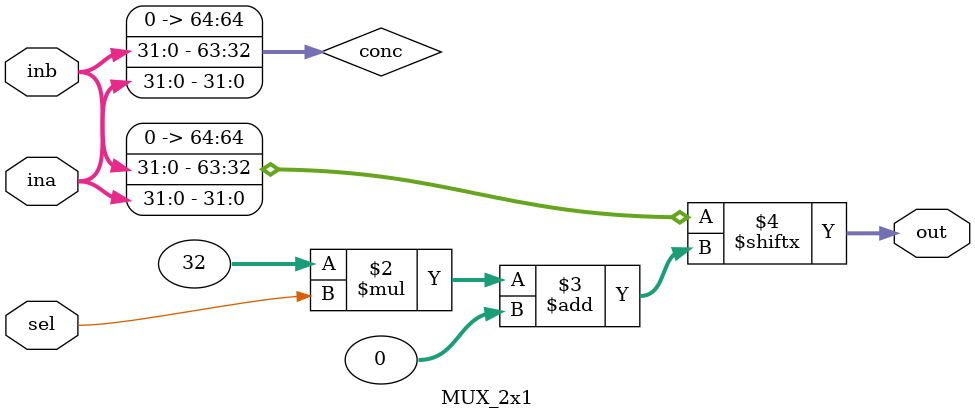
<source format=v>
module MUX_2x1(ina , inb , sel , out);

input [31:0] ina , inb;
input sel;


output reg [31:0] out;

wire [32*2:0] conc;
assign conc = { inb , ina };

always@ (ina, inb, sel)
    out <= conc[32*sel +: 32];

endmodule

</source>
